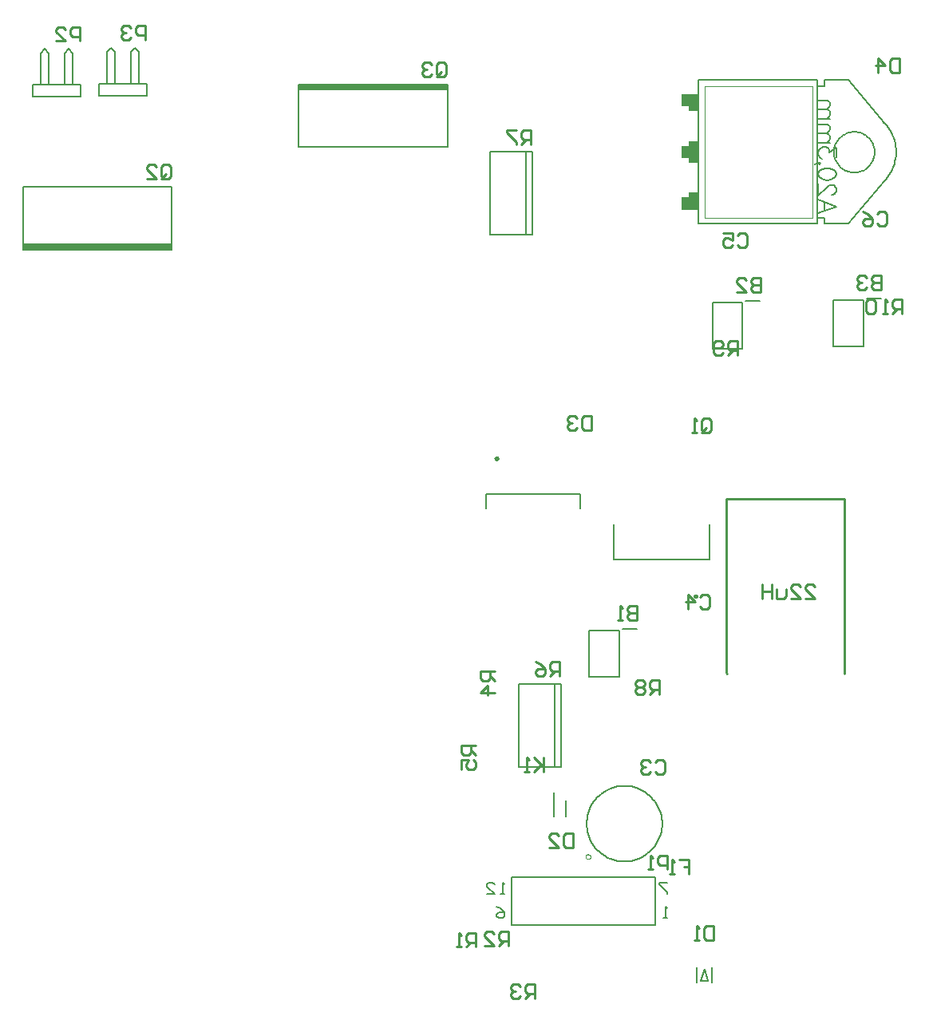
<source format=gto>
%FSTAX23Y23*%
%MOIN*%
%SFA1B1*%

%IPPOS*%
%ADD23C,0.010000*%
%ADD88C,0.006000*%
%ADD89C,0.011020*%
%ADD90C,0.009840*%
%ADD91C,0.000000*%
%ADD92C,0.005000*%
%ADD93C,0.007870*%
%ADD94C,0.008000*%
%ADD95C,0.002000*%
%ADD96C,0.007000*%
%ADD97C,0.007810*%
%LNchicker-1*%
%LPD*%
G36*
X14499Y04555D02*
X14469D01*
Y04504*
X14499*
Y04504*
X1454*
Y04504*
Y04555*
Y04575*
X14499*
Y04555*
G37*
G36*
X11718Y04337D02*
X1234D01*
Y04362*
X11718*
Y04337*
G37*
G36*
X14499Y0477D02*
X14469D01*
Y04719*
X14499*
Y04699*
X1454*
Y04719*
Y0477*
Y0479*
X14499*
Y0477*
G37*
G36*
X12868Y05002D02*
X13491D01*
Y05027*
X12868*
Y05002*
G37*
G36*
X14469Y04935D02*
X14499D01*
Y04915*
X1454*
Y04935*
Y04985*
X14469*
Y04935*
G37*
G54D23*
X1515Y03295D02*
X14655D01*
Y0257D02*
Y03295D01*
X1466Y02565D02*
X14655Y0257D01*
X1515Y02565D02*
Y03295D01*
X14282Y02849D02*
Y02789D01*
X14252*
X14242Y02799*
Y02809*
X14252Y02819*
X14282*
X14252*
X14242Y02829*
Y02839*
X14252Y02849*
X14282*
X14222Y02789D02*
X14202D01*
X14212*
Y02849*
X14222Y02839*
X14797Y04219D02*
Y04159D01*
X14767*
X14757Y04169*
Y04179*
X14767Y04189*
X14797*
X14767*
X14757Y04199*
Y04209*
X14767Y04219*
X14797*
X14697Y04159D02*
X14737D01*
X14697Y04199*
Y04209*
X14707Y04219*
X14727*
X14737Y04209*
X15302Y04229D02*
Y04169D01*
X15272*
X15262Y04179*
Y04189*
X15272Y04199*
X15302*
X15272*
X15262Y04209*
Y04219*
X15272Y04229*
X15302*
X15242Y04219D02*
X15232Y04229D01*
X15212*
X15202Y04219*
Y04209*
X15212Y04199*
X15222*
X15212*
X15202Y04189*
Y04179*
X15212Y04169*
X15232*
X15242Y04179*
X14358Y02195D02*
X14368Y02205D01*
X14388*
X14398Y02195*
Y02156*
X14388Y02146*
X14368*
X14358Y02156*
X14338Y02195D02*
X14328Y02205D01*
X14308*
X14298Y02195*
Y02185*
X14308Y02175*
X14318*
X14308*
X14298Y02165*
Y02156*
X14308Y02146*
X14328*
X14338Y02156*
X14546Y02885D02*
X14556Y02895D01*
X14576*
X14586Y02885*
Y02846*
X14576Y02836*
X14556*
X14546Y02846*
X14496Y02836D02*
Y02895D01*
X14526Y02865*
X14486*
X14701Y04396D02*
X14711Y04406D01*
X14731*
X14741Y04396*
Y04356*
X14731Y04346*
X14711*
X14701Y04356*
X14641Y04406D02*
X14681D01*
Y04376*
X14661Y04386*
X14651*
X14641Y04376*
Y04356*
X14651Y04346*
X14671*
X14681Y04356*
X15286Y04486D02*
X15296Y04496D01*
X15316*
X15326Y04486*
Y04447*
X15316Y04437*
X15296*
X15286Y04447*
X15226Y04496D02*
X15246Y04486D01*
X15266Y04466*
Y04447*
X15256Y04437*
X15236*
X15226Y04447*
Y04456*
X15236Y04466*
X15266*
X14601Y01512D02*
Y01453D01*
X14571*
X14561Y01463*
Y01502*
X14571Y01512*
X14601*
X14541Y01453D02*
X14521D01*
X14531*
Y01512*
X14541Y01502*
X14015Y01899D02*
Y0184D01*
X13985*
X13975Y0185*
Y01889*
X13985Y01899*
X14015*
X13915Y0184D02*
X13955D01*
X13915Y01879*
Y01889*
X13925Y01899*
X13945*
X13955Y01889*
X14091Y03643D02*
Y03584D01*
X14061*
X14051Y03594*
Y03633*
X14061Y03643*
X14091*
X14031Y03633D02*
X14021Y03643D01*
X14001*
X13991Y03633*
Y03623*
X14001Y03613*
X14011*
X14001*
X13991Y03603*
Y03594*
X14001Y03584*
X14021*
X14031Y03594*
X1538Y05137D02*
Y05078D01*
X1535*
X1534Y05088*
Y05127*
X1535Y05137*
X1538*
X1529Y05078D02*
Y05137D01*
X1532Y05107*
X1528*
X14459Y01789D02*
X14499D01*
Y01759*
X14479*
X14499*
Y0173*
X14439D02*
X14419D01*
X14429*
Y01789*
X14439Y01779*
X14408Y01749D02*
Y01808D01*
X14378*
X14368Y01798*
Y01778*
X14378Y01768*
X14408*
X14348Y01749D02*
X14328D01*
X14338*
Y01808*
X14348Y01798*
X11954Y05209D02*
Y05268D01*
X11924*
X11914Y05258*
Y05238*
X11924Y05228*
X11954*
X11854Y05209D02*
X11894D01*
X11854Y05248*
Y05258*
X11864Y05268*
X11884*
X11894Y05258*
X12229Y05214D02*
Y05273D01*
X12199*
X12189Y05263*
Y05243*
X12199Y05233*
X12229*
X12169Y05263D02*
X12159Y05273D01*
X12139*
X12129Y05263*
Y05253*
X12139Y05243*
X12149*
X12139*
X12129Y05233*
Y05224*
X12139Y05214*
X12159*
X12169Y05224*
X14552Y03582D02*
Y03622D01*
X14562Y03632*
X14582*
X14592Y03622*
Y03582*
X14582Y03572*
X14562*
X14572Y03592D02*
X14552Y03572D01*
X14562D02*
X14552Y03582D01*
X14532Y03572D02*
X14512D01*
X14522*
Y03632*
X14532Y03622*
X12294Y04644D02*
Y04683D01*
X12304Y04693*
X12324*
X12334Y04683*
Y04644*
X12324Y04634*
X12304*
X12314Y04653D02*
X12294Y04634D01*
X12304D02*
X12294Y04644D01*
X12234Y04634D02*
X12274D01*
X12234Y04673*
Y04683*
X12244Y04693*
X12264*
X12274Y04683*
X13445Y05071D02*
Y0511D01*
X13455Y0512*
X13475*
X13485Y0511*
Y05071*
X13475Y05061*
X13455*
X13465Y0508D02*
X13445Y05061D01*
X13455D02*
X13445Y05071D01*
X13425Y0511D02*
X13415Y0512D01*
X13395*
X13385Y0511*
Y051*
X13395Y0509*
X13405*
X13395*
X13385Y0508*
Y05071*
X13395Y05061*
X13415*
X13425Y05071*
X1361Y01425D02*
Y01484D01*
X1358*
X1357Y01474*
Y01454*
X1358Y01444*
X1361*
X1359D02*
X1357Y01425D01*
X1355D02*
X1353D01*
X1354*
Y01484*
X1355Y01474*
X13745Y0143D02*
Y01489D01*
X13715*
X13705Y01479*
Y01459*
X13715Y01449*
X13745*
X13725D02*
X13705Y0143D01*
X13645D02*
X13685D01*
X13645Y01469*
Y01479*
X13655Y01489*
X13675*
X13685Y01479*
X13855Y0121D02*
Y01269D01*
X13825*
X13815Y01259*
Y01239*
X13825Y01229*
X13855*
X13835D02*
X13815Y0121D01*
X13795Y01259D02*
X13785Y01269D01*
X13765*
X13755Y01259*
Y01249*
X13765Y01239*
X13775*
X13765*
X13755Y01229*
Y0122*
X13765Y0121*
X13785*
X13795Y0122*
X1369Y02575D02*
X1363D01*
Y02545*
X1364Y02535*
X1366*
X1367Y02545*
Y02575*
Y02555D02*
X1369Y02535D01*
Y02485D02*
X1363D01*
X1366Y02515*
Y02475*
X1361Y02265D02*
X1355D01*
Y02235*
X1356Y02225*
X1358*
X1359Y02235*
Y02265*
Y02245D02*
X1361Y02225D01*
X1355Y02165D02*
Y02205D01*
X1358*
X1357Y02185*
Y02175*
X1358Y02165*
X136*
X1361Y02175*
Y02195*
X136Y02205*
X13958Y02556D02*
Y02616D01*
X13928*
X13918Y02606*
Y02586*
X13928Y02576*
X13958*
X13938D02*
X13918Y02556D01*
X13858Y02616D02*
X13878Y02606D01*
X13898Y02586*
Y02566*
X13888Y02556*
X13868*
X13858Y02566*
Y02576*
X13868Y02586*
X13898*
X14375Y0248D02*
Y02539D01*
X14345*
X14335Y02529*
Y02509*
X14345Y02499*
X14375*
X14355D02*
X14335Y0248D01*
X14315Y02529D02*
X14305Y02539D01*
X14285*
X14275Y02529*
Y02519*
X14285Y02509*
X14275Y02499*
Y0249*
X14285Y0248*
X14305*
X14315Y0249*
Y02499*
X14305Y02509*
X14315Y02519*
Y02529*
X14305Y02509D02*
X14285D01*
X14701Y03896D02*
Y03956D01*
X14671*
X14661Y03946*
Y03926*
X14671Y03916*
X14701*
X14681D02*
X14661Y03896D01*
X14641Y03906D02*
X14631Y03896D01*
X14611*
X14601Y03906*
Y03946*
X14611Y03956*
X14631*
X14641Y03946*
Y03936*
X14631Y03926*
X14601*
X1539Y0407D02*
Y04129D01*
X1536*
X1535Y04119*
Y04099*
X1536Y04089*
X1539*
X1537D02*
X1535Y0407D01*
X1533D02*
X1531D01*
X1532*
Y04129*
X1533Y04119*
X1528D02*
X1527Y04129D01*
X1525*
X1524Y04119*
Y0408*
X1525Y0407*
X1527*
X1528Y0408*
Y04119*
X13891Y02215D02*
Y02156D01*
Y02175*
X13851Y02215*
X13881Y02185*
X13851Y02156*
X13831D02*
X13811D01*
X13821*
Y02215*
X13831Y02205*
X13838Y04778D02*
Y04838D01*
X13808*
X13798Y04828*
Y04808*
X13808Y04798*
X13838*
X13818D02*
X13798Y04778D01*
X13778Y04838D02*
X13738D01*
Y04828*
X13778Y04788*
Y04778*
X14985Y0288D02*
X15025D01*
X14985Y02919*
Y02929*
X14995Y02939*
X15015*
X15025Y02929*
X14925Y0288D02*
X14965D01*
X14925Y02919*
Y02929*
X14935Y02939*
X14955*
X14965Y02929*
X14905Y02919D02*
Y0289D01*
X14895Y0288*
X14865*
Y02919*
X14845Y02939D02*
Y0288D01*
Y02909*
X14805*
Y02939*
Y0288*
G54D88*
X15105Y04745D02*
D01*
X15105Y04739*
X15105Y04733*
X15106Y04727*
X15108Y04721*
X1511Y04715*
X15112Y0471*
X15114Y04705*
X15117Y04699*
X15121Y04695*
X15124Y0469*
X15128Y04685*
X15133Y04681*
X15137Y04678*
X15142Y04674*
X15147Y04671*
X15152Y04668*
X15158Y04666*
X15163Y04664*
X15169Y04662*
X15175Y04661*
X15181Y0466*
X15187Y0466*
X15192*
X15198Y0466*
X15204Y04661*
X1521Y04662*
X15216Y04664*
X15221Y04666*
X15227Y04668*
X15232Y04671*
X15237Y04674*
X15242Y04678*
X15246Y04681*
X15251Y04685*
X15255Y0469*
X15258Y04695*
X15262Y04699*
X15265Y04705*
X15267Y0471*
X15269Y04715*
X15271Y04721*
X15273Y04727*
X15274Y04733*
X15274Y04739*
X15275Y04745*
X15274Y0475*
X15274Y04756*
X15273Y04762*
X15271Y04768*
X15269Y04774*
X15267Y04779*
X15265Y04784*
X15262Y0479*
X15258Y04794*
X15255Y04799*
X15251Y04804*
X15246Y04808*
X15242Y04811*
X15237Y04815*
X15232Y04818*
X15227Y04821*
X15221Y04823*
X15216Y04825*
X1521Y04827*
X15204Y04828*
X15198Y04829*
X15192Y04829*
X15187*
X15181Y04829*
X15175Y04828*
X15169Y04827*
X15163Y04825*
X15158Y04823*
X15152Y04821*
X15147Y04818*
X15142Y04815*
X15137Y04811*
X15133Y04808*
X15128Y04804*
X15124Y04799*
X15121Y04794*
X15117Y0479*
X15114Y04784*
X15112Y04779*
X1511Y04774*
X15108Y04768*
X15106Y04762*
X15105Y04756*
X15105Y0475*
X15105Y04745*
X15313Y04621D02*
D01*
X15322Y0463*
X15329Y04639*
X15336Y04649*
X15343Y0466*
X15348Y04671*
X15353Y04682*
X15357Y04693*
X1536Y04705*
X15362Y04717*
X15364Y04729*
X15364Y04741*
X15365Y04745*
D01*
X15364Y04757*
X15363Y04769*
X15361Y04781*
X15358Y04793*
X15354Y04804*
X15349Y04816*
X15344Y04827*
X15338Y04837*
X15331Y04847*
X15324Y04857*
X15315Y04866*
X15313Y04868*
X15315Y04868D02*
X15165Y05045D01*
X15065*
Y0502D02*
Y05045D01*
X15035Y0447D02*
Y0502D01*
X15065D02*
X15035D01*
X15314Y04622D02*
X15165Y04445D01*
X15065*
Y0447*
X15035Y04445D02*
Y0447D01*
X15065D02*
X15035D01*
Y04445D02*
X1454D01*
X15035Y0502D02*
Y05045D01*
X1454*
Y04445D02*
Y05045D01*
G54D89*
X1369Y03465D02*
D01*
X1369Y03465*
X1369Y03465*
X13691Y03464*
X13691Y03464*
X13691Y03464*
X13691Y03463*
X13691Y03463*
X13691Y03462*
X13691Y03462*
X13692Y03462*
X13692Y03462*
X13692Y03461*
X13693Y03461*
X13693Y03461*
X13693Y03461*
X13694Y0346*
X13694Y0346*
X13694Y0346*
X13695Y0346*
X13695Y0346*
X13695Y0346*
X13696Y0346*
X13696*
X13697Y0346*
X13697Y0346*
X13697Y0346*
X13698Y0346*
X13698Y0346*
X13698Y0346*
X13699Y03461*
X13699Y03461*
X13699Y03461*
X137Y03461*
X137Y03462*
X137Y03462*
X137Y03462*
X13701Y03462*
X13701Y03463*
X13701Y03463*
X13701Y03464*
X13701Y03464*
X13701Y03464*
X13701Y03465*
X13701Y03465*
X13701Y03465*
X13701Y03466*
X13701Y03466*
X13701Y03467*
X13701Y03467*
X13701Y03467*
X13701Y03468*
X13701Y03468*
X13701Y03468*
X137Y03469*
X137Y03469*
X137Y03469*
X137Y03469*
X13699Y0347*
X13699Y0347*
X13699Y0347*
X13698Y0347*
X13698Y03471*
X13698Y03471*
X13697Y03471*
X13697Y03471*
X13697Y03471*
X13696Y03471*
X13696*
X13695Y03471*
X13695Y03471*
X13695Y03471*
X13694Y03471*
X13694Y03471*
X13694Y0347*
X13693Y0347*
X13693Y0347*
X13693Y0347*
X13692Y03469*
X13692Y03469*
X13692Y03469*
X13691Y03469*
X13691Y03468*
X13691Y03468*
X13691Y03468*
X13691Y03467*
X13691Y03467*
X13691Y03467*
X1369Y03466*
X1369Y03466*
X1369Y03465*
G54D90*
X14521Y0289D02*
D01*
X14521Y02889*
X14521Y02889*
X14521Y02889*
X14522Y02888*
X14522Y02888*
X14522Y02888*
X14522Y02887*
X14522Y02887*
X14522Y02887*
X14522Y02886*
X14523Y02886*
X14523Y02886*
X14523Y02886*
X14523Y02885*
X14524Y02885*
X14524Y02885*
X14524Y02885*
X14525Y02885*
X14525Y02885*
X14525Y02885*
X14526Y02885*
X14526Y02885*
X14526*
X14527Y02885*
X14527Y02885*
X14527Y02885*
X14528Y02885*
X14528Y02885*
X14528Y02885*
X14529Y02885*
X14529Y02885*
X14529Y02886*
X1453Y02886*
X1453Y02886*
X1453Y02886*
X1453Y02887*
X1453Y02887*
X14531Y02887*
X14531Y02888*
X14531Y02888*
X14531Y02888*
X14531Y02889*
X14531Y02889*
X14531Y02889*
X14531Y0289*
X14531Y0289*
X14531Y0289*
X14531Y02891*
X14531Y02891*
X14531Y02891*
X14531Y02892*
X14531Y02892*
X1453Y02892*
X1453Y02892*
X1453Y02893*
X1453Y02893*
X1453Y02893*
X14529Y02893*
X14529Y02894*
X14529Y02894*
X14528Y02894*
X14528Y02894*
X14528Y02894*
X14527Y02894*
X14527Y02894*
X14527Y02894*
X14526Y02894*
X14526*
X14526Y02894*
X14525Y02894*
X14525Y02894*
X14525Y02894*
X14524Y02894*
X14524Y02894*
X14524Y02894*
X14523Y02894*
X14523Y02893*
X14523Y02893*
X14523Y02893*
X14522Y02893*
X14522Y02892*
X14522Y02892*
X14522Y02892*
X14522Y02892*
X14522Y02891*
X14522Y02891*
X14521Y02891*
X14521Y0289*
X14521Y0289*
X14521Y0289*
G54D91*
X14067Y01802D02*
D01*
X14067Y01801*
X14067Y018*
X14068Y018*
X14068Y01799*
X14068Y01798*
X14068Y01798*
X14069Y01797*
X14069Y01796*
X14069Y01796*
X1407Y01795*
X1407Y01795*
X14071Y01794*
X14071Y01794*
X14072Y01793*
X14072Y01793*
X14073Y01793*
X14074Y01792*
X14074Y01792*
X14075Y01792*
X14076Y01792*
X14076Y01792*
X14077Y01792*
X14078*
X14078Y01792*
X14079Y01792*
X1408Y01792*
X1408Y01792*
X14081Y01792*
X14082Y01793*
X14082Y01793*
X14083Y01793*
X14083Y01794*
X14084Y01794*
X14085Y01795*
X14085Y01795*
X14085Y01796*
X14086Y01796*
X14086Y01797*
X14086Y01798*
X14087Y01798*
X14087Y01799*
X14087Y018*
X14087Y018*
X14087Y01801*
X14087Y01802*
X14087Y01802*
X14087Y01803*
X14087Y01804*
X14087Y01804*
X14087Y01805*
X14086Y01806*
X14086Y01806*
X14086Y01807*
X14085Y01808*
X14085Y01808*
X14085Y01809*
X14084Y01809*
X14083Y0181*
X14083Y0181*
X14082Y0181*
X14082Y01811*
X14081Y01811*
X1408Y01811*
X1408Y01811*
X14079Y01812*
X14078Y01812*
X14078Y01812*
X14077*
X14076Y01812*
X14076Y01812*
X14075Y01811*
X14074Y01811*
X14074Y01811*
X14073Y01811*
X14072Y0181*
X14072Y0181*
X14071Y0181*
X14071Y01809*
X1407Y01809*
X1407Y01808*
X14069Y01808*
X14069Y01807*
X14069Y01806*
X14068Y01806*
X14068Y01805*
X14068Y01804*
X14068Y01804*
X14067Y01803*
X14067Y01802*
X14067Y01802*
G54D92*
X14072Y0194D02*
D01*
X14072Y01929*
X14074Y01918*
X14075Y01907*
X14078Y01896*
X14082Y01886*
X14086Y01875*
X1409Y01866*
X14096Y01856*
X14102Y01847*
X14109Y01838*
X14116Y0183*
X14124Y01822*
X14133Y01815*
X14141Y01809*
X14151Y01803*
X1416Y01798*
X14171Y01793*
X14181Y0179*
X14191Y01787*
X14202Y01784*
X14213Y01783*
X14224Y01782*
X14235*
X14246Y01783*
X14257Y01784*
X14268Y01787*
X14278Y0179*
X14288Y01793*
X14299Y01798*
X14308Y01803*
X14318Y01809*
X14326Y01815*
X14335Y01822*
X14343Y0183*
X1435Y01838*
X14357Y01847*
X14363Y01856*
X14369Y01866*
X14373Y01875*
X14377Y01886*
X14381Y01896*
X14384Y01907*
X14385Y01918*
X14387Y01929*
X14387Y0194*
X14387Y0195*
X14385Y01961*
X14384Y01972*
X14381Y01983*
X14377Y01993*
X14373Y02004*
X14369Y02013*
X14363Y02023*
X14357Y02032*
X1435Y02041*
X14343Y02049*
X14335Y02057*
X14326Y02064*
X14318Y0207*
X14308Y02076*
X14299Y02081*
X14288Y02086*
X14278Y02089*
X14268Y02092*
X14257Y02095*
X14246Y02096*
X14235Y02097*
X14224*
X14213Y02096*
X14202Y02095*
X14191Y02092*
X14181Y02089*
X14171Y02086*
X1416Y02081*
X14151Y02076*
X14141Y0207*
X14133Y02064*
X14124Y02057*
X14116Y02049*
X14109Y02041*
X14102Y02032*
X14096Y02023*
X1409Y02013*
X14086Y02004*
X14082Y01993*
X14078Y01983*
X14075Y01972*
X14074Y01961*
X14072Y0195*
X14072Y0194*
X14046Y03257D02*
Y03316D01*
X13653*
Y03257D02*
Y03316D01*
X1458Y01282D02*
X14565Y01333D01*
X1458Y01282D02*
X14549D01*
X14565Y01333D02*
X14549Y01282D01*
X14596Y01278D02*
Y01341D01*
X14533Y01278D02*
Y01341D01*
G54D93*
X15227Y04126D02*
X15102D01*
Y03933D02*
Y04126D01*
X15227Y03933D02*
X15102D01*
X15227D02*
Y04126D01*
X15301Y04132D02*
X15241D01*
X1196Y05025D02*
X1176D01*
X1196Y04975D02*
Y05025D01*
X1176Y04975D02*
Y05025D01*
X1196Y04975D02*
X1176D01*
X11793Y05025D02*
Y05158D01*
X1181Y05175D02*
X11793Y05158D01*
X11826D02*
X1181Y05175D01*
X11826Y05025D02*
Y05158D01*
X11893Y05025D02*
Y05158D01*
X1191Y05175D02*
X11893Y05158D01*
X11926D02*
X1191Y05175D01*
X11926Y05025D02*
Y05158D01*
X12235Y0503D02*
X12035D01*
X12235Y0498D02*
Y0503D01*
X12035Y0498D02*
Y0503D01*
X12235Y0498D02*
X12035D01*
X12068Y0503D02*
Y05163D01*
X12085Y0518D02*
X12068Y05163D01*
X12101D02*
X12085Y0518D01*
X12101Y0503D02*
Y05163D01*
X12168Y0503D02*
Y05163D01*
X12185Y0518D02*
X12168Y05163D01*
X12201D02*
X12185Y0518D01*
X12201Y0503D02*
Y05163D01*
X14722Y04116D02*
X14597D01*
Y03923D02*
Y04116D01*
X14722Y03923D02*
X14597D01*
X14722D02*
Y04116D01*
X14796Y04122D02*
X14736D01*
X1379Y02178D02*
Y02523D01*
X1394Y02178D02*
X1379D01*
X1394D02*
Y02523D01*
X1379*
X13965Y02178D02*
Y02523D01*
X1394*
X14207Y02746D02*
X14082D01*
Y02553D02*
Y02746D01*
X14207Y02553D02*
X14082D01*
X14207D02*
Y02746D01*
X14281Y02752D02*
X14221D01*
X14184Y03043D02*
Y03189D01*
X14585Y03043D02*
X14184D01*
X14585D02*
Y03189D01*
X1376Y01515D02*
Y01715D01*
X1436Y01515D02*
X1376D01*
X1436D02*
Y01715D01*
X1376*
X1367Y044D02*
Y04745D01*
X1382Y044D02*
X1367D01*
X1382D02*
Y04745D01*
X1367*
X13845Y044D02*
Y04745D01*
X1382*
X13935Y01971D02*
Y02071D01*
X13984Y01971D02*
Y02038D01*
G54D94*
X13491Y05027D02*
X12868D01*
X13491Y04765D02*
Y05027D01*
Y04765D02*
X12868D01*
Y05027*
X1234Y04337D02*
X11718D01*
Y046*
X1234D02*
X11718D01*
X1234Y04337D02*
Y046D01*
X1373Y01645D02*
X13713D01*
X13721*
Y01694*
X1373Y01686*
X13655Y01645D02*
X13688D01*
X13655Y01678*
Y01686*
X13663Y01694*
X1368*
X13688Y01686*
X13696Y01594D02*
X13713Y01586D01*
X1373Y01569*
Y01553*
X13721Y01545*
X13705*
X13696Y01553*
Y01561*
X13705Y01569*
X1373*
X1441Y01545D02*
X14393D01*
X14401*
Y01594*
X1441Y01586*
Y01694D02*
X14376D01*
Y01686*
X1441Y01653*
Y01645*
G54D95*
X15015Y0447D02*
X14565D01*
X15015D02*
Y0502D01*
X14565*
Y0447D02*
Y0502D01*
G54D96*
X13965Y02178D02*
X1394D01*
X13845Y044D02*
X1382D01*
G54D97*
X1504Y04545D02*
X15114Y04517D01*
X1504Y04489*
X15065Y045D02*
Y04535D01*
X15096Y04566D02*
X151D01*
X15107Y0457*
X1511Y04573*
X15114Y0458*
Y04594*
X1511Y04601*
X15107Y04605*
X151Y04608*
X15093*
X15086Y04605*
X15075Y04598*
X1504Y04563*
Y04612*
X15114Y04649D02*
X1511Y04639D01*
X151Y04632*
X15082Y04628*
X15072*
X15054Y04632*
X15044Y04639*
X1504Y04649*
Y04656*
X15044Y04667*
X15054Y04674*
X15072Y04678*
X15082*
X151Y04674*
X1511Y04667*
X15114Y04656*
Y04649*
X15044Y04701D02*
X1504Y04698D01*
X15044Y04694*
X15047Y04698*
X15044Y04701*
X15037*
X15029Y04698*
X15026Y04694*
X15114Y04724D02*
Y04763D01*
X15086Y04742*
Y04752*
X15082Y04759*
X15079Y04763*
X15068Y04766*
X15061*
X15051Y04763*
X15044Y04756*
X1504Y04745*
Y04735*
X15044Y04724*
X15047Y04721*
X15054Y04717*
X15089Y04783D02*
X1504D01*
X15075D02*
X15086Y04794D01*
X15089Y04801*
Y04811*
X15086Y04818*
X15075Y04822*
X1504*
X15075D02*
X15086Y04832D01*
X15089Y04839*
Y0485*
X15086Y04857*
X15075Y0486*
X1504*
X15089Y04883D02*
X1504D01*
X15075D02*
X15086Y04894D01*
X15089Y04901*
Y04912*
X15086Y04919*
X15075Y04922*
X1504*
X15075D02*
X15086Y04933D01*
X15089Y0494*
Y0495*
X15086Y04957*
X15075Y04961*
X1504*
M02*
</source>
